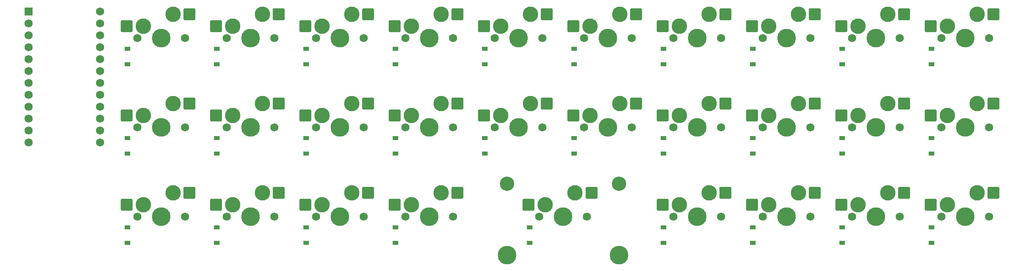
<source format=gbr>
%TF.GenerationSoftware,KiCad,Pcbnew,(6.0.6)*%
%TF.CreationDate,2022-07-16T00:36:14+07:00*%
%TF.ProjectId,pocket,706f636b-6574-42e6-9b69-6361645f7063,rev?*%
%TF.SameCoordinates,Original*%
%TF.FileFunction,Soldermask,Bot*%
%TF.FilePolarity,Negative*%
%FSLAX46Y46*%
G04 Gerber Fmt 4.6, Leading zero omitted, Abs format (unit mm)*
G04 Created by KiCad (PCBNEW (6.0.6)) date 2022-07-16 00:36:14*
%MOMM*%
%LPD*%
G01*
G04 APERTURE LIST*
G04 Aperture macros list*
%AMRoundRect*
0 Rectangle with rounded corners*
0 $1 Rounding radius*
0 $2 $3 $4 $5 $6 $7 $8 $9 X,Y pos of 4 corners*
0 Add a 4 corners polygon primitive as box body*
4,1,4,$2,$3,$4,$5,$6,$7,$8,$9,$2,$3,0*
0 Add four circle primitives for the rounded corners*
1,1,$1+$1,$2,$3*
1,1,$1+$1,$4,$5*
1,1,$1+$1,$6,$7*
1,1,$1+$1,$8,$9*
0 Add four rect primitives between the rounded corners*
20,1,$1+$1,$2,$3,$4,$5,0*
20,1,$1+$1,$4,$5,$6,$7,0*
20,1,$1+$1,$6,$7,$8,$9,0*
20,1,$1+$1,$8,$9,$2,$3,0*%
G04 Aperture macros list end*
%ADD10RoundRect,0.250000X1.025000X1.000000X-1.025000X1.000000X-1.025000X-1.000000X1.025000X-1.000000X0*%
%ADD11C,3.300000*%
%ADD12C,1.750000*%
%ADD13C,3.987800*%
%ADD14C,1.752600*%
%ADD15R,1.752600X1.752600*%
%ADD16C,3.048000*%
%ADD17R,1.200000X0.900000*%
G04 APERTURE END LIST*
D10*
%TO.C,SW13*%
X231515000Y-60801250D03*
D11*
X227965000Y-60801250D03*
X221615000Y-63341250D03*
D10*
X218065000Y-63341250D03*
D12*
X230505000Y-65881250D03*
D13*
X225425000Y-65881250D03*
D12*
X220345000Y-65881250D03*
%TD*%
D14*
%TO.C,U1*%
X79057500Y-41198000D03*
X63817500Y-69138000D03*
X79057500Y-43738000D03*
X79057500Y-46278000D03*
X79057500Y-48818000D03*
X79057500Y-51358000D03*
X79057500Y-53898000D03*
X79057500Y-56438000D03*
X79057500Y-58978000D03*
X79057500Y-61518000D03*
X79057500Y-64058000D03*
X79057500Y-66598000D03*
X79057500Y-69138000D03*
X63817500Y-66598000D03*
X63817500Y-64058000D03*
X63817500Y-61518000D03*
X63817500Y-58978000D03*
X63817500Y-56438000D03*
X63817500Y-53898000D03*
X63817500Y-51358000D03*
X63817500Y-48818000D03*
X63817500Y-46278000D03*
X63817500Y-43738000D03*
D15*
X63817500Y-41198000D03*
%TD*%
D10*
%TO.C,SW15*%
X193415000Y-60801250D03*
D11*
X189865000Y-60801250D03*
X183515000Y-63341250D03*
D10*
X179965000Y-63341250D03*
D12*
X192405000Y-65881250D03*
D13*
X187325000Y-65881250D03*
D12*
X182245000Y-65881250D03*
%TD*%
D10*
%TO.C,SW14*%
X212465000Y-60801250D03*
D11*
X208915000Y-60801250D03*
X202565000Y-63341250D03*
D10*
X199015000Y-63341250D03*
D12*
X211455000Y-65881250D03*
D13*
X206375000Y-65881250D03*
D12*
X201295000Y-65881250D03*
%TD*%
D16*
%TO.C,S1*%
X189706250Y-77946250D03*
X165893750Y-77946250D03*
D13*
X189706250Y-93186250D03*
X165893750Y-93186250D03*
%TD*%
D12*
%TO.C,SW29*%
X86995000Y-84931250D03*
D13*
X92075000Y-84931250D03*
D12*
X97155000Y-84931250D03*
D10*
X84715000Y-82391250D03*
D11*
X88265000Y-82391250D03*
X94615000Y-79851250D03*
D10*
X98165000Y-79851250D03*
%TD*%
D12*
%TO.C,SW28*%
X106045000Y-84931250D03*
D13*
X111125000Y-84931250D03*
D12*
X116205000Y-84931250D03*
D10*
X103765000Y-82391250D03*
D11*
X107315000Y-82391250D03*
X113665000Y-79851250D03*
D10*
X117215000Y-79851250D03*
%TD*%
D12*
%TO.C,SW27*%
X125095000Y-84931250D03*
D13*
X130175000Y-84931250D03*
D12*
X135255000Y-84931250D03*
D10*
X122815000Y-82391250D03*
D11*
X126365000Y-82391250D03*
X132715000Y-79851250D03*
D10*
X136265000Y-79851250D03*
%TD*%
D12*
%TO.C,SW26*%
X144145000Y-84931250D03*
D13*
X149225000Y-84931250D03*
D12*
X154305000Y-84931250D03*
D10*
X141865000Y-82391250D03*
D11*
X145415000Y-82391250D03*
X151765000Y-79851250D03*
D10*
X155315000Y-79851250D03*
%TD*%
D12*
%TO.C,SW25*%
X172720000Y-84931250D03*
D13*
X177800000Y-84931250D03*
D12*
X182880000Y-84931250D03*
D10*
X170440000Y-82391250D03*
D11*
X173990000Y-82391250D03*
X180340000Y-79851250D03*
D10*
X183890000Y-79851250D03*
%TD*%
D12*
%TO.C,SW24*%
X201295000Y-84931250D03*
D13*
X206375000Y-84931250D03*
D12*
X211455000Y-84931250D03*
D10*
X199015000Y-82391250D03*
D11*
X202565000Y-82391250D03*
X208915000Y-79851250D03*
D10*
X212465000Y-79851250D03*
%TD*%
D12*
%TO.C,SW23*%
X220345000Y-84931250D03*
D13*
X225425000Y-84931250D03*
D12*
X230505000Y-84931250D03*
D10*
X218065000Y-82391250D03*
D11*
X221615000Y-82391250D03*
X227965000Y-79851250D03*
D10*
X231515000Y-79851250D03*
%TD*%
D12*
%TO.C,SW22*%
X239395000Y-84931250D03*
D13*
X244475000Y-84931250D03*
D12*
X249555000Y-84931250D03*
D10*
X237115000Y-82391250D03*
D11*
X240665000Y-82391250D03*
X247015000Y-79851250D03*
D10*
X250565000Y-79851250D03*
%TD*%
D12*
%TO.C,SW21*%
X258445000Y-84931250D03*
D13*
X263525000Y-84931250D03*
D12*
X268605000Y-84931250D03*
D10*
X256165000Y-82391250D03*
D11*
X259715000Y-82391250D03*
X266065000Y-79851250D03*
D10*
X269615000Y-79851250D03*
%TD*%
D17*
%TO.C,D29*%
X84931250Y-90550000D03*
X84931250Y-87250000D03*
%TD*%
%TO.C,D28*%
X103981250Y-90550000D03*
X103981250Y-87250000D03*
%TD*%
%TO.C,D27*%
X123031250Y-90550000D03*
X123031250Y-87250000D03*
%TD*%
%TO.C,D26*%
X142081250Y-90550000D03*
X142081250Y-87250000D03*
%TD*%
%TO.C,D25*%
X170656250Y-90550000D03*
X170656250Y-87250000D03*
%TD*%
%TO.C,D24*%
X199231250Y-90550000D03*
X199231250Y-87250000D03*
%TD*%
%TO.C,D23*%
X218281250Y-90550000D03*
X218281250Y-87250000D03*
%TD*%
%TO.C,D22*%
X237331250Y-90550000D03*
X237331250Y-87250000D03*
%TD*%
%TO.C,D21*%
X256381250Y-90550000D03*
X256381250Y-87250000D03*
%TD*%
D10*
%TO.C,SW6*%
X174365000Y-41751250D03*
D11*
X170815000Y-41751250D03*
X164465000Y-44291250D03*
D10*
X160915000Y-44291250D03*
D12*
X173355000Y-46831250D03*
D13*
X168275000Y-46831250D03*
D12*
X163195000Y-46831250D03*
%TD*%
%TO.C,SW20*%
X86995000Y-65881250D03*
D13*
X92075000Y-65881250D03*
D12*
X97155000Y-65881250D03*
D10*
X84715000Y-63341250D03*
D11*
X88265000Y-63341250D03*
X94615000Y-60801250D03*
D10*
X98165000Y-60801250D03*
%TD*%
D12*
%TO.C,SW19*%
X106045000Y-65881250D03*
D13*
X111125000Y-65881250D03*
D12*
X116205000Y-65881250D03*
D10*
X103765000Y-63341250D03*
D11*
X107315000Y-63341250D03*
X113665000Y-60801250D03*
D10*
X117215000Y-60801250D03*
%TD*%
%TO.C,SW18*%
X136265000Y-60801250D03*
D11*
X132715000Y-60801250D03*
X126365000Y-63341250D03*
D10*
X122815000Y-63341250D03*
D12*
X135255000Y-65881250D03*
D13*
X130175000Y-65881250D03*
D12*
X125095000Y-65881250D03*
%TD*%
D10*
%TO.C,SW17*%
X155315000Y-60801250D03*
D11*
X151765000Y-60801250D03*
X145415000Y-63341250D03*
D10*
X141865000Y-63341250D03*
D12*
X154305000Y-65881250D03*
D13*
X149225000Y-65881250D03*
D12*
X144145000Y-65881250D03*
%TD*%
D10*
%TO.C,SW16*%
X174365000Y-60801250D03*
D11*
X170815000Y-60801250D03*
X164465000Y-63341250D03*
D10*
X160915000Y-63341250D03*
D12*
X173355000Y-65881250D03*
D13*
X168275000Y-65881250D03*
D12*
X163195000Y-65881250D03*
%TD*%
D10*
%TO.C,SW12*%
X250565000Y-60801250D03*
D11*
X247015000Y-60801250D03*
X240665000Y-63341250D03*
D10*
X237115000Y-63341250D03*
D12*
X249555000Y-65881250D03*
D13*
X244475000Y-65881250D03*
D12*
X239395000Y-65881250D03*
%TD*%
D10*
%TO.C,SW11*%
X269615000Y-60801250D03*
D11*
X266065000Y-60801250D03*
X259715000Y-63341250D03*
D10*
X256165000Y-63341250D03*
D12*
X268605000Y-65881250D03*
D13*
X263525000Y-65881250D03*
D12*
X258445000Y-65881250D03*
%TD*%
D17*
%TO.C,D20*%
X84931250Y-68200000D03*
X84931250Y-71500000D03*
%TD*%
%TO.C,D19*%
X103981250Y-68200000D03*
X103981250Y-71500000D03*
%TD*%
%TO.C,D18*%
X123031250Y-68200000D03*
X123031250Y-71500000D03*
%TD*%
%TO.C,D17*%
X142081250Y-68200000D03*
X142081250Y-71500000D03*
%TD*%
%TO.C,D16*%
X161131250Y-68200000D03*
X161131250Y-71500000D03*
%TD*%
%TO.C,D15*%
X180181250Y-68200000D03*
X180181250Y-71500000D03*
%TD*%
%TO.C,D14*%
X199231250Y-68200000D03*
X199231250Y-71500000D03*
%TD*%
%TO.C,D13*%
X218281250Y-68200000D03*
X218281250Y-71500000D03*
%TD*%
%TO.C,D12*%
X237331250Y-68200000D03*
X237331250Y-71500000D03*
%TD*%
%TO.C,D11*%
X256381250Y-68200000D03*
X256381250Y-71500000D03*
%TD*%
D10*
%TO.C,SW10*%
X98165000Y-41751250D03*
D11*
X94615000Y-41751250D03*
X88265000Y-44291250D03*
D10*
X84715000Y-44291250D03*
D12*
X97155000Y-46831250D03*
D13*
X92075000Y-46831250D03*
D12*
X86995000Y-46831250D03*
%TD*%
D10*
%TO.C,SW9*%
X117215000Y-41751250D03*
D11*
X113665000Y-41751250D03*
X107315000Y-44291250D03*
D10*
X103765000Y-44291250D03*
D12*
X116205000Y-46831250D03*
D13*
X111125000Y-46831250D03*
D12*
X106045000Y-46831250D03*
%TD*%
D10*
%TO.C,SW8*%
X136265000Y-41751250D03*
D11*
X132715000Y-41751250D03*
X126365000Y-44291250D03*
D10*
X122815000Y-44291250D03*
D12*
X135255000Y-46831250D03*
D13*
X130175000Y-46831250D03*
D12*
X125095000Y-46831250D03*
%TD*%
D10*
%TO.C,SW7*%
X155315000Y-41751250D03*
D11*
X151765000Y-41751250D03*
X145415000Y-44291250D03*
D10*
X141865000Y-44291250D03*
D12*
X154305000Y-46831250D03*
D13*
X149225000Y-46831250D03*
D12*
X144145000Y-46831250D03*
%TD*%
D10*
%TO.C,SW5*%
X193415000Y-41751250D03*
D11*
X189865000Y-41751250D03*
X183515000Y-44291250D03*
D10*
X179965000Y-44291250D03*
D12*
X192405000Y-46831250D03*
D13*
X187325000Y-46831250D03*
D12*
X182245000Y-46831250D03*
%TD*%
D10*
%TO.C,SW4*%
X212465000Y-41751250D03*
D11*
X208915000Y-41751250D03*
X202565000Y-44291250D03*
D10*
X199015000Y-44291250D03*
D12*
X211455000Y-46831250D03*
D13*
X206375000Y-46831250D03*
D12*
X201295000Y-46831250D03*
%TD*%
D10*
%TO.C,SW3*%
X231515000Y-41751250D03*
D11*
X227965000Y-41751250D03*
X221615000Y-44291250D03*
D10*
X218065000Y-44291250D03*
D12*
X230505000Y-46831250D03*
D13*
X225425000Y-46831250D03*
D12*
X220345000Y-46831250D03*
%TD*%
D10*
%TO.C,SW2*%
X250565000Y-41751250D03*
D11*
X247015000Y-41751250D03*
X240665000Y-44291250D03*
D10*
X237115000Y-44291250D03*
D12*
X249555000Y-46831250D03*
D13*
X244475000Y-46831250D03*
D12*
X239395000Y-46831250D03*
%TD*%
D10*
%TO.C,SW1*%
X269615000Y-41751250D03*
D11*
X266065000Y-41751250D03*
X259715000Y-44291250D03*
D10*
X256165000Y-44291250D03*
D12*
X268605000Y-46831250D03*
D13*
X263525000Y-46831250D03*
D12*
X258445000Y-46831250D03*
%TD*%
D17*
%TO.C,D10*%
X84931250Y-52450000D03*
X84931250Y-49150000D03*
%TD*%
%TO.C,D9*%
X103981250Y-52450000D03*
X103981250Y-49150000D03*
%TD*%
%TO.C,D8*%
X123031250Y-49150000D03*
X123031250Y-52450000D03*
%TD*%
%TO.C,D7*%
X142081250Y-49150000D03*
X142081250Y-52450000D03*
%TD*%
%TO.C,D6*%
X161131250Y-49150000D03*
X161131250Y-52450000D03*
%TD*%
%TO.C,D5*%
X180181250Y-49150000D03*
X180181250Y-52450000D03*
%TD*%
%TO.C,D4*%
X199231250Y-49150000D03*
X199231250Y-52450000D03*
%TD*%
%TO.C,D3*%
X218281250Y-49150000D03*
X218281250Y-52450000D03*
%TD*%
%TO.C,D2*%
X237331250Y-49150000D03*
X237331250Y-52450000D03*
%TD*%
%TO.C,D1*%
X256381250Y-52450000D03*
X256381250Y-49150000D03*
%TD*%
M02*

</source>
